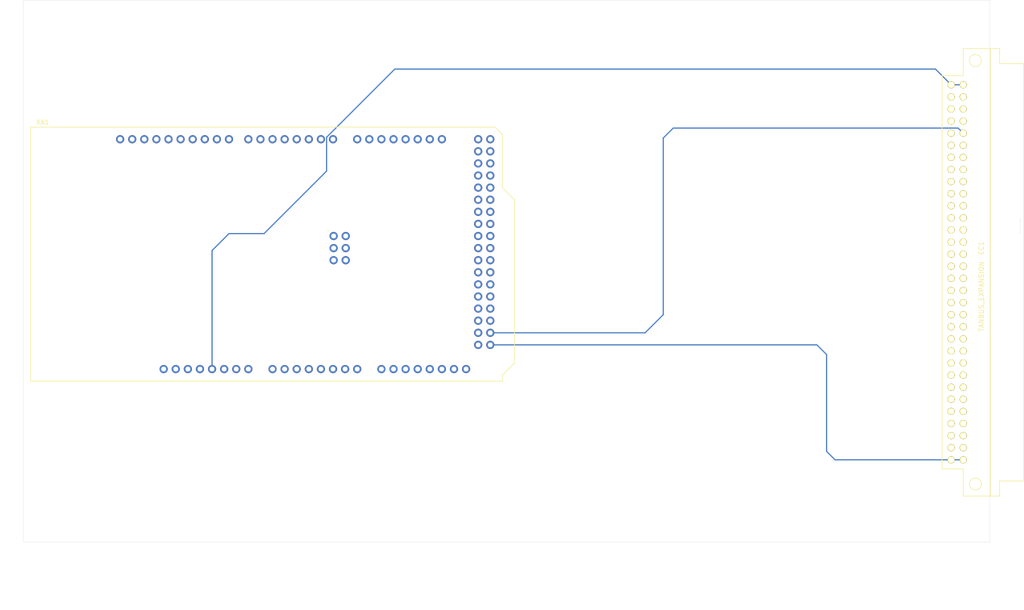
<source format=kicad_pcb>
(kicad_pcb (version 20171130) (host pcbnew 5.1.6-c6e7f7d~86~ubuntu16.04.1)

  (general
    (thickness 1.6)
    (drawings 7)
    (tracks 21)
    (zones 0)
    (modules 2)
    (nets 151)
  )

  (page A4)
  (layers
    (0 F.Cu signal)
    (31 B.Cu signal)
    (32 B.Adhes user)
    (33 F.Adhes user)
    (34 B.Paste user)
    (35 F.Paste user)
    (36 B.SilkS user)
    (37 F.SilkS user)
    (38 B.Mask user)
    (39 F.Mask user)
    (40 Dwgs.User user)
    (41 Cmts.User user)
    (42 Eco1.User user)
    (43 Eco2.User user)
    (44 Edge.Cuts user)
    (45 Margin user)
    (46 B.CrtYd user)
    (47 F.CrtYd user)
    (48 B.Fab user)
    (49 F.Fab user)
  )

  (setup
    (last_trace_width 0.25)
    (trace_clearance 0.2)
    (zone_clearance 0.508)
    (zone_45_only no)
    (trace_min 0.2)
    (via_size 0.8)
    (via_drill 0.4)
    (via_min_size 0.4)
    (via_min_drill 0.3)
    (uvia_size 0.3)
    (uvia_drill 0.1)
    (uvias_allowed no)
    (uvia_min_size 0.2)
    (uvia_min_drill 0.1)
    (edge_width 0.05)
    (segment_width 0.2)
    (pcb_text_width 0.3)
    (pcb_text_size 1.5 1.5)
    (mod_edge_width 0.12)
    (mod_text_size 1 1)
    (mod_text_width 0.15)
    (pad_size 1.524 1.524)
    (pad_drill 0.762)
    (pad_to_mask_clearance 0.05)
    (aux_axis_origin 0 0)
    (visible_elements FFFFFF7F)
    (pcbplotparams
      (layerselection 0x010fc_ffffffff)
      (usegerberextensions false)
      (usegerberattributes true)
      (usegerberadvancedattributes true)
      (creategerberjobfile true)
      (excludeedgelayer true)
      (linewidth 0.100000)
      (plotframeref false)
      (viasonmask false)
      (mode 1)
      (useauxorigin false)
      (hpglpennumber 1)
      (hpglpenspeed 20)
      (hpglpendiameter 15.000000)
      (psnegative false)
      (psa4output false)
      (plotreference true)
      (plotvalue true)
      (plotinvisibletext false)
      (padsonsilk false)
      (subtractmaskfromsilk false)
      (outputformat 1)
      (mirror false)
      (drillshape 0)
      (scaleselection 1)
      (outputdirectory ""))
  )

  (net 0 "")
  (net 1 "Net-(XA1-PadMISO)")
  (net 2 GND)
  (net 3 "Net-(XA1-PadGND5)")
  (net 4 /A0)
  (net 5 "Net-(XA1-PadD52)")
  (net 6 "Net-(XA1-PadD51)")
  (net 7 "Net-(XA1-PadD50)")
  (net 8 "Net-(XA1-PadD49)")
  (net 9 "Net-(XA1-PadD48)")
  (net 10 "Net-(XA1-PadD47)")
  (net 11 "Net-(XA1-PadD46)")
  (net 12 "Net-(XA1-PadD45)")
  (net 13 "Net-(XA1-PadD44)")
  (net 14 "Net-(XA1-PadD43)")
  (net 15 "Net-(XA1-PadD42)")
  (net 16 "Net-(XA1-PadD41)")
  (net 17 "Net-(XA1-PadD40)")
  (net 18 "Net-(XA1-PadD39)")
  (net 19 "Net-(XA1-PadD38)")
  (net 20 "Net-(XA1-PadD37)")
  (net 21 "Net-(XA1-PadD36)")
  (net 22 "Net-(XA1-PadD35)")
  (net 23 "Net-(XA1-PadD34)")
  (net 24 "Net-(XA1-PadD33)")
  (net 25 "Net-(XA1-PadD32)")
  (net 26 "Net-(XA1-PadD31)")
  (net 27 "Net-(XA1-PadD30)")
  (net 28 "Net-(XA1-PadD29)")
  (net 29 "Net-(XA1-PadD28)")
  (net 30 "Net-(XA1-PadD27)")
  (net 31 "Net-(XA1-PadD26)")
  (net 32 "Net-(XA1-PadD25)")
  (net 33 "Net-(XA1-PadD24)")
  (net 34 "Net-(XA1-PadD23)")
  (net 35 "Net-(XA1-PadD22)")
  (net 36 "Net-(XA1-Pad5V4)")
  (net 37 "Net-(XA1-Pad5V3)")
  (net 38 "Net-(XA1-PadA15)")
  (net 39 "Net-(XA1-PadA14)")
  (net 40 "Net-(XA1-PadA13)")
  (net 41 "Net-(XA1-PadA12)")
  (net 42 "Net-(XA1-PadA11)")
  (net 43 "Net-(XA1-PadA10)")
  (net 44 "Net-(XA1-PadA9)")
  (net 45 "Net-(XA1-PadA8)")
  (net 46 "Net-(XA1-PadA7)")
  (net 47 "Net-(XA1-PadA6)")
  (net 48 "Net-(XA1-PadA5)")
  (net 49 "Net-(XA1-PadA4)")
  (net 50 "Net-(XA1-PadA3)")
  (net 51 "Net-(XA1-PadA2)")
  (net 52 "Net-(XA1-PadA1)")
  (net 53 "Net-(XA1-PadD11)")
  (net 54 "Net-(XA1-PadD12)")
  (net 55 "Net-(XA1-PadD13)")
  (net 56 "Net-(XA1-PadAREF)")
  (net 57 "Net-(XA1-PadSDA)")
  (net 58 "Net-(XA1-PadSCL)")
  (net 59 "Net-(XA1-PadD10)")
  (net 60 "Net-(XA1-PadD9)")
  (net 61 "Net-(XA1-PadD8)")
  (net 62 "Net-(XA1-PadGND1)")
  (net 63 "Net-(XA1-PadD7)")
  (net 64 "Net-(XA1-PadD6)")
  (net 65 "Net-(XA1-PadD5)")
  (net 66 "Net-(XA1-PadD4)")
  (net 67 "Net-(XA1-PadD3)")
  (net 68 "Net-(XA1-PadD2)")
  (net 69 "Net-(XA1-PadD1)")
  (net 70 "Net-(XA1-PadD0)")
  (net 71 "Net-(XA1-PadD14)")
  (net 72 "Net-(XA1-PadD15)")
  (net 73 "Net-(XA1-PadD16)")
  (net 74 "Net-(XA1-PadD17)")
  (net 75 "Net-(XA1-PadD18)")
  (net 76 "Net-(XA1-PadD19)")
  (net 77 "Net-(XA1-PadD20)")
  (net 78 "Net-(XA1-PadD21)")
  (net 79 "Net-(XA1-PadIORF)")
  (net 80 "Net-(XA1-PadRST1)")
  (net 81 "Net-(XA1-Pad3V3)")
  (net 82 +5V)
  (net 83 "Net-(XA1-PadGND2)")
  (net 84 "Net-(XA1-PadGND3)")
  (net 85 "Net-(XA1-PadVIN)")
  (net 86 "Net-(XA1-PadA0)")
  (net 87 "Net-(XA1-Pad5V2)")
  (net 88 "Net-(XA1-PadSCK)")
  (net 89 "Net-(XA1-PadMOSI)")
  (net 90 "Net-(XA1-PadGND4)")
  (net 91 "Net-(XA1-PadRST2)")
  (net 92 "Net-(EC1-Pad31b)")
  (net 93 "Net-(EC1-Pad30b)")
  (net 94 "Net-(EC1-Pad29b)")
  (net 95 "Net-(EC1-Pad28b)")
  (net 96 "Net-(EC1-Pad27b)")
  (net 97 "Net-(EC1-Pad26b)")
  (net 98 "Net-(EC1-Pad25b)")
  (net 99 "Net-(EC1-Pad24b)")
  (net 100 "Net-(EC1-Pad23b)")
  (net 101 "Net-(EC1-Pad22b)")
  (net 102 "Net-(EC1-Pad21b)")
  (net 103 "Net-(EC1-Pad20b)")
  (net 104 "Net-(EC1-Pad19b)")
  (net 105 "Net-(EC1-Pad18b)")
  (net 106 "Net-(EC1-Pad17b)")
  (net 107 "Net-(EC1-Pad16b)")
  (net 108 "Net-(EC1-Pad15b)")
  (net 109 "Net-(EC1-Pad14b)")
  (net 110 "Net-(EC1-Pad13b)")
  (net 111 "Net-(EC1-Pad12b)")
  (net 112 "Net-(EC1-Pad11b)")
  (net 113 "Net-(EC1-Pad10b)")
  (net 114 "Net-(EC1-Pad9b)")
  (net 115 "Net-(EC1-Pad8b)")
  (net 116 "Net-(EC1-Pad7b)")
  (net 117 "Net-(EC1-Pad6b)")
  (net 118 "Net-(EC1-Pad5b)")
  (net 119 "Net-(EC1-Pad4b)")
  (net 120 "Net-(EC1-Pad3b)")
  (net 121 "Net-(EC1-Pad2b)")
  (net 122 "Net-(EC1-Pad31a)")
  (net 123 "Net-(EC1-Pad30a)")
  (net 124 "Net-(EC1-Pad29a)")
  (net 125 "Net-(EC1-Pad28a)")
  (net 126 "Net-(EC1-Pad27a)")
  (net 127 "Net-(EC1-Pad26a)")
  (net 128 "Net-(EC1-Pad25a)")
  (net 129 "Net-(EC1-Pad24a)")
  (net 130 "Net-(EC1-Pad23a)")
  (net 131 "Net-(EC1-Pad22a)")
  (net 132 "Net-(EC1-Pad21a)")
  (net 133 "Net-(EC1-Pad20a)")
  (net 134 "Net-(EC1-Pad19a)")
  (net 135 "Net-(EC1-Pad18a)")
  (net 136 "Net-(EC1-Pad17a)")
  (net 137 "Net-(EC1-Pad16a)")
  (net 138 "Net-(EC1-Pad15a)")
  (net 139 "Net-(EC1-Pad14a)")
  (net 140 "Net-(EC1-Pad13a)")
  (net 141 "Net-(EC1-Pad12a)")
  (net 142 "Net-(EC1-Pad11a)")
  (net 143 "Net-(EC1-Pad10a)")
  (net 144 "Net-(EC1-Pad9a)")
  (net 145 "Net-(EC1-Pad8a)")
  (net 146 "Net-(EC1-Pad7a)")
  (net 147 "Net-(EC1-Pad6a)")
  (net 148 "Net-(EC1-Pad4a)")
  (net 149 "Net-(EC1-Pad3a)")
  (net 150 "Net-(EC1-Pad2a)")

  (net_class Default "This is the default net class."
    (clearance 0.2)
    (trace_width 0.25)
    (via_dia 0.8)
    (via_drill 0.4)
    (uvia_dia 0.3)
    (uvia_drill 0.1)
    (add_net +5V)
    (add_net /A0)
    (add_net GND)
    (add_net "Net-(EC1-Pad10a)")
    (add_net "Net-(EC1-Pad10b)")
    (add_net "Net-(EC1-Pad11a)")
    (add_net "Net-(EC1-Pad11b)")
    (add_net "Net-(EC1-Pad12a)")
    (add_net "Net-(EC1-Pad12b)")
    (add_net "Net-(EC1-Pad13a)")
    (add_net "Net-(EC1-Pad13b)")
    (add_net "Net-(EC1-Pad14a)")
    (add_net "Net-(EC1-Pad14b)")
    (add_net "Net-(EC1-Pad15a)")
    (add_net "Net-(EC1-Pad15b)")
    (add_net "Net-(EC1-Pad16a)")
    (add_net "Net-(EC1-Pad16b)")
    (add_net "Net-(EC1-Pad17a)")
    (add_net "Net-(EC1-Pad17b)")
    (add_net "Net-(EC1-Pad18a)")
    (add_net "Net-(EC1-Pad18b)")
    (add_net "Net-(EC1-Pad19a)")
    (add_net "Net-(EC1-Pad19b)")
    (add_net "Net-(EC1-Pad20a)")
    (add_net "Net-(EC1-Pad20b)")
    (add_net "Net-(EC1-Pad21a)")
    (add_net "Net-(EC1-Pad21b)")
    (add_net "Net-(EC1-Pad22a)")
    (add_net "Net-(EC1-Pad22b)")
    (add_net "Net-(EC1-Pad23a)")
    (add_net "Net-(EC1-Pad23b)")
    (add_net "Net-(EC1-Pad24a)")
    (add_net "Net-(EC1-Pad24b)")
    (add_net "Net-(EC1-Pad25a)")
    (add_net "Net-(EC1-Pad25b)")
    (add_net "Net-(EC1-Pad26a)")
    (add_net "Net-(EC1-Pad26b)")
    (add_net "Net-(EC1-Pad27a)")
    (add_net "Net-(EC1-Pad27b)")
    (add_net "Net-(EC1-Pad28a)")
    (add_net "Net-(EC1-Pad28b)")
    (add_net "Net-(EC1-Pad29a)")
    (add_net "Net-(EC1-Pad29b)")
    (add_net "Net-(EC1-Pad2a)")
    (add_net "Net-(EC1-Pad2b)")
    (add_net "Net-(EC1-Pad30a)")
    (add_net "Net-(EC1-Pad30b)")
    (add_net "Net-(EC1-Pad31a)")
    (add_net "Net-(EC1-Pad31b)")
    (add_net "Net-(EC1-Pad3a)")
    (add_net "Net-(EC1-Pad3b)")
    (add_net "Net-(EC1-Pad4a)")
    (add_net "Net-(EC1-Pad4b)")
    (add_net "Net-(EC1-Pad5b)")
    (add_net "Net-(EC1-Pad6a)")
    (add_net "Net-(EC1-Pad6b)")
    (add_net "Net-(EC1-Pad7a)")
    (add_net "Net-(EC1-Pad7b)")
    (add_net "Net-(EC1-Pad8a)")
    (add_net "Net-(EC1-Pad8b)")
    (add_net "Net-(EC1-Pad9a)")
    (add_net "Net-(EC1-Pad9b)")
    (add_net "Net-(XA1-Pad3V3)")
    (add_net "Net-(XA1-Pad5V2)")
    (add_net "Net-(XA1-Pad5V3)")
    (add_net "Net-(XA1-Pad5V4)")
    (add_net "Net-(XA1-PadA0)")
    (add_net "Net-(XA1-PadA1)")
    (add_net "Net-(XA1-PadA10)")
    (add_net "Net-(XA1-PadA11)")
    (add_net "Net-(XA1-PadA12)")
    (add_net "Net-(XA1-PadA13)")
    (add_net "Net-(XA1-PadA14)")
    (add_net "Net-(XA1-PadA15)")
    (add_net "Net-(XA1-PadA2)")
    (add_net "Net-(XA1-PadA3)")
    (add_net "Net-(XA1-PadA4)")
    (add_net "Net-(XA1-PadA5)")
    (add_net "Net-(XA1-PadA6)")
    (add_net "Net-(XA1-PadA7)")
    (add_net "Net-(XA1-PadA8)")
    (add_net "Net-(XA1-PadA9)")
    (add_net "Net-(XA1-PadAREF)")
    (add_net "Net-(XA1-PadD0)")
    (add_net "Net-(XA1-PadD1)")
    (add_net "Net-(XA1-PadD10)")
    (add_net "Net-(XA1-PadD11)")
    (add_net "Net-(XA1-PadD12)")
    (add_net "Net-(XA1-PadD13)")
    (add_net "Net-(XA1-PadD14)")
    (add_net "Net-(XA1-PadD15)")
    (add_net "Net-(XA1-PadD16)")
    (add_net "Net-(XA1-PadD17)")
    (add_net "Net-(XA1-PadD18)")
    (add_net "Net-(XA1-PadD19)")
    (add_net "Net-(XA1-PadD2)")
    (add_net "Net-(XA1-PadD20)")
    (add_net "Net-(XA1-PadD21)")
    (add_net "Net-(XA1-PadD22)")
    (add_net "Net-(XA1-PadD23)")
    (add_net "Net-(XA1-PadD24)")
    (add_net "Net-(XA1-PadD25)")
    (add_net "Net-(XA1-PadD26)")
    (add_net "Net-(XA1-PadD27)")
    (add_net "Net-(XA1-PadD28)")
    (add_net "Net-(XA1-PadD29)")
    (add_net "Net-(XA1-PadD3)")
    (add_net "Net-(XA1-PadD30)")
    (add_net "Net-(XA1-PadD31)")
    (add_net "Net-(XA1-PadD32)")
    (add_net "Net-(XA1-PadD33)")
    (add_net "Net-(XA1-PadD34)")
    (add_net "Net-(XA1-PadD35)")
    (add_net "Net-(XA1-PadD36)")
    (add_net "Net-(XA1-PadD37)")
    (add_net "Net-(XA1-PadD38)")
    (add_net "Net-(XA1-PadD39)")
    (add_net "Net-(XA1-PadD4)")
    (add_net "Net-(XA1-PadD40)")
    (add_net "Net-(XA1-PadD41)")
    (add_net "Net-(XA1-PadD42)")
    (add_net "Net-(XA1-PadD43)")
    (add_net "Net-(XA1-PadD44)")
    (add_net "Net-(XA1-PadD45)")
    (add_net "Net-(XA1-PadD46)")
    (add_net "Net-(XA1-PadD47)")
    (add_net "Net-(XA1-PadD48)")
    (add_net "Net-(XA1-PadD49)")
    (add_net "Net-(XA1-PadD5)")
    (add_net "Net-(XA1-PadD50)")
    (add_net "Net-(XA1-PadD51)")
    (add_net "Net-(XA1-PadD52)")
    (add_net "Net-(XA1-PadD6)")
    (add_net "Net-(XA1-PadD7)")
    (add_net "Net-(XA1-PadD8)")
    (add_net "Net-(XA1-PadD9)")
    (add_net "Net-(XA1-PadGND1)")
    (add_net "Net-(XA1-PadGND2)")
    (add_net "Net-(XA1-PadGND3)")
    (add_net "Net-(XA1-PadGND4)")
    (add_net "Net-(XA1-PadGND5)")
    (add_net "Net-(XA1-PadIORF)")
    (add_net "Net-(XA1-PadMISO)")
    (add_net "Net-(XA1-PadMOSI)")
    (add_net "Net-(XA1-PadRST1)")
    (add_net "Net-(XA1-PadRST2)")
    (add_net "Net-(XA1-PadSCK)")
    (add_net "Net-(XA1-PadSCL)")
    (add_net "Net-(XA1-PadSDA)")
    (add_net "Net-(XA1-PadVIN)")
  )

  (module TANBUS:TANBUS (layer F.Cu) (tedit 55A6CD63) (tstamp 5EEF37DC)
    (at 219.456 81.534 270)
    (path /5EFF461A)
    (fp_text reference EC1 (at -5.08 -5.08 90) (layer F.SilkS)
      (effects (font (size 1 1) (thickness 0.15)))
    )
    (fp_text value TANBUS_EXPANSION (at 5.08 -5.08 90) (layer F.SilkS)
      (effects (font (size 1 1) (thickness 0.15)))
    )
    (fp_line (start -41.275 3.175) (end -41.275 -1.27) (layer F.SilkS) (width 0.15))
    (fp_line (start 41.275 3.175) (end -41.275 3.175) (layer F.SilkS) (width 0.15))
    (fp_line (start 41.275 -1.27) (end 41.275 3.175) (layer F.SilkS) (width 0.15))
    (fp_line (start 41.275 -1.27) (end 46.99 -1.27) (layer F.SilkS) (width 0.15))
    (fp_line (start -41.275 -1.27) (end -46.99 -1.27) (layer F.SilkS) (width 0.15))
    (fp_line (start 46.99 -1.27) (end 46.99 -8.89) (layer F.SilkS) (width 0.15))
    (fp_line (start -46.99 -1.27) (end -46.99 -8.89) (layer F.SilkS) (width 0.15))
    (fp_line (start 46.99 -8.89) (end 43.815 -8.89) (layer F.SilkS) (width 0.15))
    (fp_line (start -46.99 -8.89) (end -43.815 -8.89) (layer F.SilkS) (width 0.15))
    (fp_line (start -43.815 -13.97) (end -43.815 -8.89) (layer F.SilkS) (width 0.15))
    (fp_line (start 43.815 -13.97) (end -43.815 -13.97) (layer F.SilkS) (width 0.15))
    (fp_line (start 43.815 -8.89) (end 43.815 -13.97) (layer F.SilkS) (width 0.15))
    (fp_line (start 46.99 -6.985) (end -46.99 -6.985) (layer F.SilkS) (width 0.15))
    (fp_circle (center 44.45 -3.81) (end 44.45 -2.54) (layer F.SilkS) (width 0.15))
    (fp_circle (center -44.45 -3.81) (end -44.45 -2.54) (layer F.SilkS) (width 0.15))
    (pad 32b thru_hole circle (at 39.37 1.27 270) (size 1.5 1.5) (drill 1.016) (layers *.Cu *.Mask F.SilkS)
      (net 2 GND))
    (pad 31b thru_hole circle (at 36.83 1.27 270) (size 1.5 1.5) (drill 1.016) (layers *.Cu *.Mask F.SilkS)
      (net 92 "Net-(EC1-Pad31b)"))
    (pad 30b thru_hole circle (at 34.29 1.27 270) (size 1.5 1.5) (drill 1.016) (layers *.Cu *.Mask F.SilkS)
      (net 93 "Net-(EC1-Pad30b)"))
    (pad 29b thru_hole circle (at 31.75 1.27 270) (size 1.5 1.5) (drill 1.016) (layers *.Cu *.Mask F.SilkS)
      (net 94 "Net-(EC1-Pad29b)"))
    (pad 28b thru_hole circle (at 29.21 1.27 270) (size 1.5 1.5) (drill 1.016) (layers *.Cu *.Mask F.SilkS)
      (net 95 "Net-(EC1-Pad28b)"))
    (pad 27b thru_hole circle (at 26.67 1.27 270) (size 1.5 1.5) (drill 1.016) (layers *.Cu *.Mask F.SilkS)
      (net 96 "Net-(EC1-Pad27b)"))
    (pad 26b thru_hole circle (at 24.13 1.27 270) (size 1.5 1.5) (drill 1.016) (layers *.Cu *.Mask F.SilkS)
      (net 97 "Net-(EC1-Pad26b)"))
    (pad 25b thru_hole circle (at 21.59 1.27 270) (size 1.5 1.5) (drill 1.016) (layers *.Cu *.Mask F.SilkS)
      (net 98 "Net-(EC1-Pad25b)"))
    (pad 24b thru_hole circle (at 19.05 1.27 270) (size 1.5 1.5) (drill 1.016) (layers *.Cu *.Mask F.SilkS)
      (net 99 "Net-(EC1-Pad24b)"))
    (pad 23b thru_hole circle (at 16.51 1.27 270) (size 1.5 1.5) (drill 1.016) (layers *.Cu *.Mask F.SilkS)
      (net 100 "Net-(EC1-Pad23b)"))
    (pad 22b thru_hole circle (at 13.97 1.27 270) (size 1.5 1.5) (drill 1.016) (layers *.Cu *.Mask F.SilkS)
      (net 101 "Net-(EC1-Pad22b)"))
    (pad 21b thru_hole circle (at 11.43 1.27 270) (size 1.5 1.5) (drill 1.016) (layers *.Cu *.Mask F.SilkS)
      (net 102 "Net-(EC1-Pad21b)"))
    (pad 20b thru_hole circle (at 8.89 1.27 270) (size 1.5 1.5) (drill 1.016) (layers *.Cu *.Mask F.SilkS)
      (net 103 "Net-(EC1-Pad20b)"))
    (pad 19b thru_hole circle (at 6.35 1.27 270) (size 1.5 1.5) (drill 1.016) (layers *.Cu *.Mask F.SilkS)
      (net 104 "Net-(EC1-Pad19b)"))
    (pad 18b thru_hole circle (at 3.81 1.27 270) (size 1.5 1.5) (drill 1.016) (layers *.Cu *.Mask F.SilkS)
      (net 105 "Net-(EC1-Pad18b)"))
    (pad 17b thru_hole circle (at 1.27 1.27 270) (size 1.5 1.5) (drill 1.016) (layers *.Cu *.Mask F.SilkS)
      (net 106 "Net-(EC1-Pad17b)"))
    (pad 16b thru_hole circle (at -1.27 1.27 270) (size 1.5 1.5) (drill 1.016) (layers *.Cu *.Mask F.SilkS)
      (net 107 "Net-(EC1-Pad16b)"))
    (pad 15b thru_hole circle (at -3.81 1.27 270) (size 1.5 1.5) (drill 1.016) (layers *.Cu *.Mask F.SilkS)
      (net 108 "Net-(EC1-Pad15b)"))
    (pad 14b thru_hole circle (at -6.35 1.27 270) (size 1.5 1.5) (drill 1.016) (layers *.Cu *.Mask F.SilkS)
      (net 109 "Net-(EC1-Pad14b)"))
    (pad 13b thru_hole circle (at -8.89 1.27 270) (size 1.5 1.5) (drill 1.016) (layers *.Cu *.Mask F.SilkS)
      (net 110 "Net-(EC1-Pad13b)"))
    (pad 12b thru_hole circle (at -11.43 1.27 270) (size 1.5 1.5) (drill 1.016) (layers *.Cu *.Mask F.SilkS)
      (net 111 "Net-(EC1-Pad12b)"))
    (pad 11b thru_hole circle (at -13.97 1.27 270) (size 1.5 1.5) (drill 1.016) (layers *.Cu *.Mask F.SilkS)
      (net 112 "Net-(EC1-Pad11b)"))
    (pad 10b thru_hole circle (at -16.51 1.27 270) (size 1.5 1.5) (drill 1.016) (layers *.Cu *.Mask F.SilkS)
      (net 113 "Net-(EC1-Pad10b)"))
    (pad 9b thru_hole circle (at -19.05 1.27 270) (size 1.5 1.5) (drill 1.016) (layers *.Cu *.Mask F.SilkS)
      (net 114 "Net-(EC1-Pad9b)"))
    (pad 8b thru_hole circle (at -21.59 1.27 270) (size 1.5 1.5) (drill 1.016) (layers *.Cu *.Mask F.SilkS)
      (net 115 "Net-(EC1-Pad8b)"))
    (pad 7b thru_hole circle (at -24.13 1.27 270) (size 1.5 1.5) (drill 1.016) (layers *.Cu *.Mask F.SilkS)
      (net 116 "Net-(EC1-Pad7b)"))
    (pad 6b thru_hole circle (at -26.67 1.27 270) (size 1.5 1.5) (drill 1.016) (layers *.Cu *.Mask F.SilkS)
      (net 117 "Net-(EC1-Pad6b)"))
    (pad 5b thru_hole circle (at -29.21 1.27 270) (size 1.5 1.5) (drill 1.016) (layers *.Cu *.Mask F.SilkS)
      (net 118 "Net-(EC1-Pad5b)"))
    (pad 4b thru_hole circle (at -31.75 1.27 270) (size 1.5 1.5) (drill 1.016) (layers *.Cu *.Mask F.SilkS)
      (net 119 "Net-(EC1-Pad4b)"))
    (pad 3b thru_hole circle (at -34.29 1.27 270) (size 1.5 1.5) (drill 1.016) (layers *.Cu *.Mask F.SilkS)
      (net 120 "Net-(EC1-Pad3b)"))
    (pad 2b thru_hole circle (at -36.83 1.27 270) (size 1.5 1.5) (drill 1.016) (layers *.Cu *.Mask F.SilkS)
      (net 121 "Net-(EC1-Pad2b)"))
    (pad 32a thru_hole circle (at 39.37 -1.27 270) (size 1.5 1.5) (drill 1.016) (layers *.Cu *.Mask F.SilkS)
      (net 2 GND))
    (pad 31a thru_hole circle (at 36.83 -1.27 270) (size 1.5 1.5) (drill 1.016) (layers *.Cu *.Mask F.SilkS)
      (net 122 "Net-(EC1-Pad31a)"))
    (pad 30a thru_hole circle (at 34.29 -1.27 270) (size 1.5 1.5) (drill 1.016) (layers *.Cu *.Mask F.SilkS)
      (net 123 "Net-(EC1-Pad30a)"))
    (pad 29a thru_hole circle (at 31.75 -1.27 270) (size 1.5 1.5) (drill 1.016) (layers *.Cu *.Mask F.SilkS)
      (net 124 "Net-(EC1-Pad29a)"))
    (pad 28a thru_hole circle (at 29.21 -1.27 270) (size 1.5 1.5) (drill 1.016) (layers *.Cu *.Mask F.SilkS)
      (net 125 "Net-(EC1-Pad28a)"))
    (pad 27a thru_hole circle (at 26.67 -1.27 270) (size 1.5 1.5) (drill 1.016) (layers *.Cu *.Mask F.SilkS)
      (net 126 "Net-(EC1-Pad27a)"))
    (pad 26a thru_hole circle (at 24.13 -1.27 270) (size 1.5 1.5) (drill 1.016) (layers *.Cu *.Mask F.SilkS)
      (net 127 "Net-(EC1-Pad26a)"))
    (pad 25a thru_hole circle (at 21.59 -1.27 270) (size 1.5 1.5) (drill 1.016) (layers *.Cu *.Mask F.SilkS)
      (net 128 "Net-(EC1-Pad25a)"))
    (pad 24a thru_hole circle (at 19.05 -1.27 270) (size 1.5 1.5) (drill 1.016) (layers *.Cu *.Mask F.SilkS)
      (net 129 "Net-(EC1-Pad24a)"))
    (pad 23a thru_hole circle (at 16.51 -1.27 270) (size 1.5 1.5) (drill 1.016) (layers *.Cu *.Mask F.SilkS)
      (net 130 "Net-(EC1-Pad23a)"))
    (pad 22a thru_hole circle (at 13.97 -1.27 270) (size 1.5 1.5) (drill 1.016) (layers *.Cu *.Mask F.SilkS)
      (net 131 "Net-(EC1-Pad22a)"))
    (pad 21a thru_hole circle (at 11.43 -1.27 270) (size 1.5 1.5) (drill 1.016) (layers *.Cu *.Mask F.SilkS)
      (net 132 "Net-(EC1-Pad21a)"))
    (pad 20a thru_hole circle (at 8.89 -1.27 270) (size 1.5 1.5) (drill 1.016) (layers *.Cu *.Mask F.SilkS)
      (net 133 "Net-(EC1-Pad20a)"))
    (pad 19a thru_hole circle (at 6.35 -1.27 270) (size 1.5 1.5) (drill 1.016) (layers *.Cu *.Mask F.SilkS)
      (net 134 "Net-(EC1-Pad19a)"))
    (pad 18a thru_hole circle (at 3.81 -1.27 270) (size 1.5 1.5) (drill 1.016) (layers *.Cu *.Mask F.SilkS)
      (net 135 "Net-(EC1-Pad18a)"))
    (pad 17a thru_hole circle (at 1.27 -1.27 270) (size 1.5 1.5) (drill 1.016) (layers *.Cu *.Mask F.SilkS)
      (net 136 "Net-(EC1-Pad17a)"))
    (pad 16a thru_hole circle (at -1.27 -1.27 270) (size 1.5 1.5) (drill 1.016) (layers *.Cu *.Mask F.SilkS)
      (net 137 "Net-(EC1-Pad16a)"))
    (pad 15a thru_hole circle (at -3.81 -1.27 270) (size 1.5 1.5) (drill 1.016) (layers *.Cu *.Mask F.SilkS)
      (net 138 "Net-(EC1-Pad15a)"))
    (pad 14a thru_hole circle (at -6.35 -1.27 270) (size 1.5 1.5) (drill 1.016) (layers *.Cu *.Mask F.SilkS)
      (net 139 "Net-(EC1-Pad14a)"))
    (pad 13a thru_hole circle (at -8.89 -1.27 270) (size 1.5 1.5) (drill 1.016) (layers *.Cu *.Mask F.SilkS)
      (net 140 "Net-(EC1-Pad13a)"))
    (pad 12a thru_hole circle (at -11.43 -1.27 270) (size 1.5 1.5) (drill 1.016) (layers *.Cu *.Mask F.SilkS)
      (net 141 "Net-(EC1-Pad12a)"))
    (pad 11a thru_hole circle (at -13.97 -1.27 270) (size 1.5 1.5) (drill 1.016) (layers *.Cu *.Mask F.SilkS)
      (net 142 "Net-(EC1-Pad11a)"))
    (pad 10a thru_hole circle (at -16.51 -1.27 270) (size 1.5 1.5) (drill 1.016) (layers *.Cu *.Mask F.SilkS)
      (net 143 "Net-(EC1-Pad10a)"))
    (pad 9a thru_hole circle (at -19.05 -1.27 270) (size 1.5 1.5) (drill 1.016) (layers *.Cu *.Mask F.SilkS)
      (net 144 "Net-(EC1-Pad9a)"))
    (pad 8a thru_hole circle (at -21.59 -1.27 270) (size 1.5 1.5) (drill 1.016) (layers *.Cu *.Mask F.SilkS)
      (net 145 "Net-(EC1-Pad8a)"))
    (pad 7a thru_hole circle (at -24.13 -1.27 270) (size 1.5 1.5) (drill 1.016) (layers *.Cu *.Mask F.SilkS)
      (net 146 "Net-(EC1-Pad7a)"))
    (pad 6a thru_hole circle (at -26.67 -1.27 270) (size 1.5 1.5) (drill 1.016) (layers *.Cu *.Mask F.SilkS)
      (net 147 "Net-(EC1-Pad6a)"))
    (pad 5a thru_hole circle (at -29.21 -1.27 270) (size 1.5 1.5) (drill 1.016) (layers *.Cu *.Mask F.SilkS)
      (net 4 /A0))
    (pad 4a thru_hole circle (at -31.75 -1.27 270) (size 1.5 1.5) (drill 1.016) (layers *.Cu *.Mask F.SilkS)
      (net 148 "Net-(EC1-Pad4a)"))
    (pad 3a thru_hole circle (at -34.29 -1.27 270) (size 1.5 1.5) (drill 1.016) (layers *.Cu *.Mask F.SilkS)
      (net 149 "Net-(EC1-Pad3a)"))
    (pad 2a thru_hole circle (at -36.83 -1.27 270) (size 1.5 1.5) (drill 1.016) (layers *.Cu *.Mask F.SilkS)
      (net 150 "Net-(EC1-Pad2a)"))
    (pad 1b thru_hole circle (at -39.37 1.27 270) (size 1.5 1.5) (drill 1.016) (layers *.Cu *.Mask F.SilkS)
      (net 82 +5V))
    (pad 1a thru_hole circle (at -39.37 -1.27 270) (size 1.5 1.5) (drill 1.016) (layers *.Cu *.Mask F.SilkS)
      (net 82 +5V))
  )

  (module Arduino:Arduino_Mega2560_Shield (layer F.Cu) (tedit 5A8605D3) (tstamp 5EEF3854)
    (at 24.892 104.394)
    (descr https://store.arduino.cc/arduino-mega-2560-rev3)
    (path /5EFE59EF)
    (fp_text reference XA1 (at 2.54 -54.356) (layer F.SilkS)
      (effects (font (size 1 1) (thickness 0.15)))
    )
    (fp_text value Arduino_Mega2560_Shield (at 15.494 -54.356) (layer F.Fab)
      (effects (font (size 1 1) (thickness 0.15)))
    )
    (fp_line (start 0 -53.34) (end 97.536 -53.34) (layer F.SilkS) (width 0.15))
    (fp_line (start 0 0) (end 99.06 0) (layer F.SilkS) (width 0.15))
    (fp_line (start 97.536 -53.34) (end 99.06 -51.816) (layer F.SilkS) (width 0.15))
    (fp_line (start 99.06 0) (end 99.06 -1.27) (layer F.SilkS) (width 0.15))
    (fp_line (start 99.06 -1.27) (end 101.6 -3.81) (layer F.SilkS) (width 0.15))
    (fp_line (start 101.6 -3.81) (end 101.6 -38.1) (layer F.SilkS) (width 0.15))
    (fp_line (start 101.6 -38.1) (end 99.06 -40.64) (layer F.SilkS) (width 0.15))
    (fp_line (start 99.06 -40.64) (end 99.06 -51.816) (layer F.SilkS) (width 0.15))
    (fp_line (start 0 -53.34) (end 0 0) (layer F.SilkS) (width 0.15))
    (fp_line (start -1.905 -12.065) (end 11.43 -12.065) (layer B.CrtYd) (width 0.15))
    (fp_line (start -1.905 -12.065) (end -1.905 -3.175) (layer B.CrtYd) (width 0.15))
    (fp_line (start -1.905 -3.175) (end 11.43 -3.175) (layer B.CrtYd) (width 0.15))
    (fp_line (start 11.43 -12.065) (end 11.43 -3.175) (layer B.CrtYd) (width 0.15))
    (fp_line (start -6.35 -43.815) (end -6.35 -32.385) (layer B.CrtYd) (width 0.15))
    (fp_line (start 9.525 -43.815) (end 9.525 -32.385) (layer B.CrtYd) (width 0.15))
    (fp_line (start 9.525 -43.815) (end -6.35 -43.815) (layer B.CrtYd) (width 0.15))
    (fp_line (start 9.525 -32.385) (end -6.35 -32.385) (layer B.CrtYd) (width 0.15))
    (fp_text user . (at 62.484 -32.004) (layer F.SilkS)
      (effects (font (size 1 1) (thickness 0.15)))
    )
    (pad RST2 thru_hole oval (at 63.627 -25.4) (size 1.7272 1.7272) (drill 1.016) (layers *.Cu *.Mask)
      (net 91 "Net-(XA1-PadRST2)"))
    (pad GND4 thru_hole oval (at 66.167 -25.4) (size 1.7272 1.7272) (drill 1.016) (layers *.Cu *.Mask)
      (net 90 "Net-(XA1-PadGND4)"))
    (pad MOSI thru_hole oval (at 66.167 -27.94) (size 1.7272 1.7272) (drill 1.016) (layers *.Cu *.Mask)
      (net 89 "Net-(XA1-PadMOSI)"))
    (pad SCK thru_hole oval (at 63.627 -27.94) (size 1.7272 1.7272) (drill 1.016) (layers *.Cu *.Mask)
      (net 88 "Net-(XA1-PadSCK)"))
    (pad 5V2 thru_hole oval (at 66.167 -30.48) (size 1.7272 1.7272) (drill 1.016) (layers *.Cu *.Mask)
      (net 87 "Net-(XA1-Pad5V2)"))
    (pad A0 thru_hole oval (at 50.8 -2.54) (size 1.7272 1.7272) (drill 1.016) (layers *.Cu *.Mask)
      (net 86 "Net-(XA1-PadA0)"))
    (pad VIN thru_hole oval (at 45.72 -2.54) (size 1.7272 1.7272) (drill 1.016) (layers *.Cu *.Mask)
      (net 85 "Net-(XA1-PadVIN)"))
    (pad GND3 thru_hole oval (at 43.18 -2.54) (size 1.7272 1.7272) (drill 1.016) (layers *.Cu *.Mask)
      (net 84 "Net-(XA1-PadGND3)"))
    (pad GND2 thru_hole oval (at 40.64 -2.54) (size 1.7272 1.7272) (drill 1.016) (layers *.Cu *.Mask)
      (net 83 "Net-(XA1-PadGND2)"))
    (pad 5V1 thru_hole oval (at 38.1 -2.54) (size 1.7272 1.7272) (drill 1.016) (layers *.Cu *.Mask)
      (net 82 +5V))
    (pad 3V3 thru_hole oval (at 35.56 -2.54) (size 1.7272 1.7272) (drill 1.016) (layers *.Cu *.Mask)
      (net 81 "Net-(XA1-Pad3V3)"))
    (pad RST1 thru_hole oval (at 33.02 -2.54) (size 1.7272 1.7272) (drill 1.016) (layers *.Cu *.Mask)
      (net 80 "Net-(XA1-PadRST1)"))
    (pad IORF thru_hole oval (at 30.48 -2.54) (size 1.7272 1.7272) (drill 1.016) (layers *.Cu *.Mask)
      (net 79 "Net-(XA1-PadIORF)"))
    (pad D21 thru_hole oval (at 86.36 -50.8) (size 1.7272 1.7272) (drill 1.016) (layers *.Cu *.Mask)
      (net 78 "Net-(XA1-PadD21)"))
    (pad D20 thru_hole oval (at 83.82 -50.8) (size 1.7272 1.7272) (drill 1.016) (layers *.Cu *.Mask)
      (net 77 "Net-(XA1-PadD20)"))
    (pad D19 thru_hole oval (at 81.28 -50.8) (size 1.7272 1.7272) (drill 1.016) (layers *.Cu *.Mask)
      (net 76 "Net-(XA1-PadD19)"))
    (pad D18 thru_hole oval (at 78.74 -50.8) (size 1.7272 1.7272) (drill 1.016) (layers *.Cu *.Mask)
      (net 75 "Net-(XA1-PadD18)"))
    (pad D17 thru_hole oval (at 76.2 -50.8) (size 1.7272 1.7272) (drill 1.016) (layers *.Cu *.Mask)
      (net 74 "Net-(XA1-PadD17)"))
    (pad D16 thru_hole oval (at 73.66 -50.8) (size 1.7272 1.7272) (drill 1.016) (layers *.Cu *.Mask)
      (net 73 "Net-(XA1-PadD16)"))
    (pad D15 thru_hole oval (at 71.12 -50.8) (size 1.7272 1.7272) (drill 1.016) (layers *.Cu *.Mask)
      (net 72 "Net-(XA1-PadD15)"))
    (pad D14 thru_hole oval (at 68.58 -50.8) (size 1.7272 1.7272) (drill 1.016) (layers *.Cu *.Mask)
      (net 71 "Net-(XA1-PadD14)"))
    (pad D0 thru_hole oval (at 63.5 -50.8) (size 1.7272 1.7272) (drill 1.016) (layers *.Cu *.Mask)
      (net 70 "Net-(XA1-PadD0)"))
    (pad D1 thru_hole oval (at 60.96 -50.8) (size 1.7272 1.7272) (drill 1.016) (layers *.Cu *.Mask)
      (net 69 "Net-(XA1-PadD1)"))
    (pad D2 thru_hole oval (at 58.42 -50.8) (size 1.7272 1.7272) (drill 1.016) (layers *.Cu *.Mask)
      (net 68 "Net-(XA1-PadD2)"))
    (pad D3 thru_hole oval (at 55.88 -50.8) (size 1.7272 1.7272) (drill 1.016) (layers *.Cu *.Mask)
      (net 67 "Net-(XA1-PadD3)"))
    (pad D4 thru_hole oval (at 53.34 -50.8) (size 1.7272 1.7272) (drill 1.016) (layers *.Cu *.Mask)
      (net 66 "Net-(XA1-PadD4)"))
    (pad D5 thru_hole oval (at 50.8 -50.8) (size 1.7272 1.7272) (drill 1.016) (layers *.Cu *.Mask)
      (net 65 "Net-(XA1-PadD5)"))
    (pad D6 thru_hole oval (at 48.26 -50.8) (size 1.7272 1.7272) (drill 1.016) (layers *.Cu *.Mask)
      (net 64 "Net-(XA1-PadD6)"))
    (pad D7 thru_hole oval (at 45.72 -50.8) (size 1.7272 1.7272) (drill 1.016) (layers *.Cu *.Mask)
      (net 63 "Net-(XA1-PadD7)"))
    (pad GND1 thru_hole oval (at 26.416 -50.8) (size 1.7272 1.7272) (drill 1.016) (layers *.Cu *.Mask)
      (net 62 "Net-(XA1-PadGND1)"))
    (pad D8 thru_hole oval (at 41.656 -50.8) (size 1.7272 1.7272) (drill 1.016) (layers *.Cu *.Mask)
      (net 61 "Net-(XA1-PadD8)"))
    (pad D9 thru_hole oval (at 39.116 -50.8) (size 1.7272 1.7272) (drill 1.016) (layers *.Cu *.Mask)
      (net 60 "Net-(XA1-PadD9)"))
    (pad D10 thru_hole oval (at 36.576 -50.8) (size 1.7272 1.7272) (drill 1.016) (layers *.Cu *.Mask)
      (net 59 "Net-(XA1-PadD10)"))
    (pad "" np_thru_hole circle (at 66.04 -7.62) (size 3.2 3.2) (drill 3.2) (layers *.Cu *.Mask))
    (pad "" np_thru_hole circle (at 66.04 -35.56) (size 3.2 3.2) (drill 3.2) (layers *.Cu *.Mask))
    (pad "" np_thru_hole circle (at 90.17 -50.8) (size 3.2 3.2) (drill 3.2) (layers *.Cu *.Mask))
    (pad "" np_thru_hole circle (at 15.24 -50.8) (size 3.2 3.2) (drill 3.2) (layers *.Cu *.Mask))
    (pad "" np_thru_hole circle (at 96.52 -2.54) (size 3.2 3.2) (drill 3.2) (layers *.Cu *.Mask))
    (pad "" np_thru_hole circle (at 13.97 -2.54) (size 3.2 3.2) (drill 3.2) (layers *.Cu *.Mask))
    (pad SCL thru_hole oval (at 18.796 -50.8) (size 1.7272 1.7272) (drill 1.016) (layers *.Cu *.Mask)
      (net 58 "Net-(XA1-PadSCL)"))
    (pad SDA thru_hole oval (at 21.336 -50.8) (size 1.7272 1.7272) (drill 1.016) (layers *.Cu *.Mask)
      (net 57 "Net-(XA1-PadSDA)"))
    (pad AREF thru_hole oval (at 23.876 -50.8) (size 1.7272 1.7272) (drill 1.016) (layers *.Cu *.Mask)
      (net 56 "Net-(XA1-PadAREF)"))
    (pad D13 thru_hole oval (at 28.956 -50.8) (size 1.7272 1.7272) (drill 1.016) (layers *.Cu *.Mask)
      (net 55 "Net-(XA1-PadD13)"))
    (pad D12 thru_hole oval (at 31.496 -50.8) (size 1.7272 1.7272) (drill 1.016) (layers *.Cu *.Mask)
      (net 54 "Net-(XA1-PadD12)"))
    (pad D11 thru_hole oval (at 34.036 -50.8) (size 1.7272 1.7272) (drill 1.016) (layers *.Cu *.Mask)
      (net 53 "Net-(XA1-PadD11)"))
    (pad "" thru_hole oval (at 27.94 -2.54) (size 1.7272 1.7272) (drill 1.016) (layers *.Cu *.Mask))
    (pad A1 thru_hole oval (at 53.34 -2.54) (size 1.7272 1.7272) (drill 1.016) (layers *.Cu *.Mask)
      (net 52 "Net-(XA1-PadA1)"))
    (pad A2 thru_hole oval (at 55.88 -2.54) (size 1.7272 1.7272) (drill 1.016) (layers *.Cu *.Mask)
      (net 51 "Net-(XA1-PadA2)"))
    (pad A3 thru_hole oval (at 58.42 -2.54) (size 1.7272 1.7272) (drill 1.016) (layers *.Cu *.Mask)
      (net 50 "Net-(XA1-PadA3)"))
    (pad A4 thru_hole oval (at 60.96 -2.54) (size 1.7272 1.7272) (drill 1.016) (layers *.Cu *.Mask)
      (net 49 "Net-(XA1-PadA4)"))
    (pad A5 thru_hole oval (at 63.5 -2.54) (size 1.7272 1.7272) (drill 1.016) (layers *.Cu *.Mask)
      (net 48 "Net-(XA1-PadA5)"))
    (pad A6 thru_hole oval (at 66.04 -2.54) (size 1.7272 1.7272) (drill 1.016) (layers *.Cu *.Mask)
      (net 47 "Net-(XA1-PadA6)"))
    (pad A7 thru_hole oval (at 68.58 -2.54) (size 1.7272 1.7272) (drill 1.016) (layers *.Cu *.Mask)
      (net 46 "Net-(XA1-PadA7)"))
    (pad A8 thru_hole oval (at 73.66 -2.54) (size 1.7272 1.7272) (drill 1.016) (layers *.Cu *.Mask)
      (net 45 "Net-(XA1-PadA8)"))
    (pad A9 thru_hole oval (at 76.2 -2.54) (size 1.7272 1.7272) (drill 1.016) (layers *.Cu *.Mask)
      (net 44 "Net-(XA1-PadA9)"))
    (pad A10 thru_hole oval (at 78.74 -2.54) (size 1.7272 1.7272) (drill 1.016) (layers *.Cu *.Mask)
      (net 43 "Net-(XA1-PadA10)"))
    (pad A11 thru_hole oval (at 81.28 -2.54) (size 1.7272 1.7272) (drill 1.016) (layers *.Cu *.Mask)
      (net 42 "Net-(XA1-PadA11)"))
    (pad A12 thru_hole oval (at 83.82 -2.54) (size 1.7272 1.7272) (drill 1.016) (layers *.Cu *.Mask)
      (net 41 "Net-(XA1-PadA12)"))
    (pad A13 thru_hole oval (at 86.36 -2.54) (size 1.7272 1.7272) (drill 1.016) (layers *.Cu *.Mask)
      (net 40 "Net-(XA1-PadA13)"))
    (pad A14 thru_hole oval (at 88.9 -2.54) (size 1.7272 1.7272) (drill 1.016) (layers *.Cu *.Mask)
      (net 39 "Net-(XA1-PadA14)"))
    (pad A15 thru_hole oval (at 91.44 -2.54) (size 1.7272 1.7272) (drill 1.016) (layers *.Cu *.Mask)
      (net 38 "Net-(XA1-PadA15)"))
    (pad 5V3 thru_hole oval (at 93.98 -50.8) (size 1.7272 1.7272) (drill 1.016) (layers *.Cu *.Mask)
      (net 37 "Net-(XA1-Pad5V3)"))
    (pad 5V4 thru_hole oval (at 96.52 -50.8) (size 1.7272 1.7272) (drill 1.016) (layers *.Cu *.Mask)
      (net 36 "Net-(XA1-Pad5V4)"))
    (pad D22 thru_hole oval (at 93.98 -48.26) (size 1.7272 1.7272) (drill 1.016) (layers *.Cu *.Mask)
      (net 35 "Net-(XA1-PadD22)"))
    (pad D23 thru_hole oval (at 96.52 -48.26) (size 1.7272 1.7272) (drill 1.016) (layers *.Cu *.Mask)
      (net 34 "Net-(XA1-PadD23)"))
    (pad D24 thru_hole oval (at 93.98 -45.72) (size 1.7272 1.7272) (drill 1.016) (layers *.Cu *.Mask)
      (net 33 "Net-(XA1-PadD24)"))
    (pad D25 thru_hole oval (at 96.52 -45.72) (size 1.7272 1.7272) (drill 1.016) (layers *.Cu *.Mask)
      (net 32 "Net-(XA1-PadD25)"))
    (pad D26 thru_hole oval (at 93.98 -43.18) (size 1.7272 1.7272) (drill 1.016) (layers *.Cu *.Mask)
      (net 31 "Net-(XA1-PadD26)"))
    (pad D27 thru_hole oval (at 96.52 -43.18) (size 1.7272 1.7272) (drill 1.016) (layers *.Cu *.Mask)
      (net 30 "Net-(XA1-PadD27)"))
    (pad D28 thru_hole oval (at 93.98 -40.64) (size 1.7272 1.7272) (drill 1.016) (layers *.Cu *.Mask)
      (net 29 "Net-(XA1-PadD28)"))
    (pad D29 thru_hole oval (at 96.52 -40.64) (size 1.7272 1.7272) (drill 1.016) (layers *.Cu *.Mask)
      (net 28 "Net-(XA1-PadD29)"))
    (pad D30 thru_hole oval (at 93.98 -38.1) (size 1.7272 1.7272) (drill 1.016) (layers *.Cu *.Mask)
      (net 27 "Net-(XA1-PadD30)"))
    (pad D31 thru_hole oval (at 96.52 -38.1) (size 1.7272 1.7272) (drill 1.016) (layers *.Cu *.Mask)
      (net 26 "Net-(XA1-PadD31)"))
    (pad D32 thru_hole oval (at 93.98 -35.56) (size 1.7272 1.7272) (drill 1.016) (layers *.Cu *.Mask)
      (net 25 "Net-(XA1-PadD32)"))
    (pad D33 thru_hole oval (at 96.52 -35.56) (size 1.7272 1.7272) (drill 1.016) (layers *.Cu *.Mask)
      (net 24 "Net-(XA1-PadD33)"))
    (pad D34 thru_hole oval (at 93.98 -33.02) (size 1.7272 1.7272) (drill 1.016) (layers *.Cu *.Mask)
      (net 23 "Net-(XA1-PadD34)"))
    (pad D35 thru_hole oval (at 96.52 -33.02) (size 1.7272 1.7272) (drill 1.016) (layers *.Cu *.Mask)
      (net 22 "Net-(XA1-PadD35)"))
    (pad D36 thru_hole oval (at 93.98 -30.48) (size 1.7272 1.7272) (drill 1.016) (layers *.Cu *.Mask)
      (net 21 "Net-(XA1-PadD36)"))
    (pad D37 thru_hole oval (at 96.52 -30.48) (size 1.7272 1.7272) (drill 1.016) (layers *.Cu *.Mask)
      (net 20 "Net-(XA1-PadD37)"))
    (pad D38 thru_hole oval (at 93.98 -27.94) (size 1.7272 1.7272) (drill 1.016) (layers *.Cu *.Mask)
      (net 19 "Net-(XA1-PadD38)"))
    (pad D39 thru_hole oval (at 96.52 -27.94) (size 1.7272 1.7272) (drill 1.016) (layers *.Cu *.Mask)
      (net 18 "Net-(XA1-PadD39)"))
    (pad D40 thru_hole oval (at 93.98 -25.4) (size 1.7272 1.7272) (drill 1.016) (layers *.Cu *.Mask)
      (net 17 "Net-(XA1-PadD40)"))
    (pad D41 thru_hole oval (at 96.52 -25.4) (size 1.7272 1.7272) (drill 1.016) (layers *.Cu *.Mask)
      (net 16 "Net-(XA1-PadD41)"))
    (pad D42 thru_hole oval (at 93.98 -22.86) (size 1.7272 1.7272) (drill 1.016) (layers *.Cu *.Mask)
      (net 15 "Net-(XA1-PadD42)"))
    (pad D43 thru_hole oval (at 96.52 -22.86) (size 1.7272 1.7272) (drill 1.016) (layers *.Cu *.Mask)
      (net 14 "Net-(XA1-PadD43)"))
    (pad D44 thru_hole oval (at 93.98 -20.32) (size 1.7272 1.7272) (drill 1.016) (layers *.Cu *.Mask)
      (net 13 "Net-(XA1-PadD44)"))
    (pad D45 thru_hole oval (at 96.52 -20.32) (size 1.7272 1.7272) (drill 1.016) (layers *.Cu *.Mask)
      (net 12 "Net-(XA1-PadD45)"))
    (pad D46 thru_hole oval (at 93.98 -17.78) (size 1.7272 1.7272) (drill 1.016) (layers *.Cu *.Mask)
      (net 11 "Net-(XA1-PadD46)"))
    (pad D47 thru_hole oval (at 96.52 -17.78) (size 1.7272 1.7272) (drill 1.016) (layers *.Cu *.Mask)
      (net 10 "Net-(XA1-PadD47)"))
    (pad D48 thru_hole oval (at 93.98 -15.24) (size 1.7272 1.7272) (drill 1.016) (layers *.Cu *.Mask)
      (net 9 "Net-(XA1-PadD48)"))
    (pad D49 thru_hole oval (at 96.52 -15.24) (size 1.7272 1.7272) (drill 1.016) (layers *.Cu *.Mask)
      (net 8 "Net-(XA1-PadD49)"))
    (pad D50 thru_hole oval (at 93.98 -12.7) (size 1.7272 1.7272) (drill 1.016) (layers *.Cu *.Mask)
      (net 7 "Net-(XA1-PadD50)"))
    (pad D51 thru_hole oval (at 96.52 -12.7) (size 1.7272 1.7272) (drill 1.016) (layers *.Cu *.Mask)
      (net 6 "Net-(XA1-PadD51)"))
    (pad D52 thru_hole oval (at 93.98 -10.16) (size 1.7272 1.7272) (drill 1.016) (layers *.Cu *.Mask)
      (net 5 "Net-(XA1-PadD52)"))
    (pad D53 thru_hole oval (at 96.52 -10.16) (size 1.7272 1.7272) (drill 1.016) (layers *.Cu *.Mask)
      (net 4 /A0))
    (pad GND5 thru_hole oval (at 93.98 -7.62) (size 1.7272 1.7272) (drill 1.016) (layers *.Cu *.Mask)
      (net 3 "Net-(XA1-PadGND5)"))
    (pad GND6 thru_hole oval (at 96.52 -7.62) (size 1.7272 1.7272) (drill 1.016) (layers *.Cu *.Mask)
      (net 2 GND))
    (pad MISO thru_hole oval (at 63.627 -30.48) (size 1.7272 1.7272) (drill 1.016) (layers *.Cu *.Mask)
      (net 1 "Net-(XA1-PadMISO)"))
  )

  (gr_line (start 226.314 138.176) (end 226.314 81.534) (layer Edge.Cuts) (width 0.05) (tstamp 5EF02117))
  (gr_line (start 23.368 138.176) (end 226.314 138.176) (layer Edge.Cuts) (width 0.05))
  (gr_line (start 23.368 24.384) (end 23.368 138.176) (layer Edge.Cuts) (width 0.05))
  (gr_line (start 226.314 24.384) (end 23.368 24.384) (layer Edge.Cuts) (width 0.05))
  (gr_line (start 226.314 81.534) (end 226.314 24.384) (layer Edge.Cuts) (width 0.05))
  (gr_text 203x114 (at 104.14 146.304) (layer Cmts.User)
    (effects (font (size 10 10) (thickness 0.15)))
  )
  (gr_line (start 232.664 73.406) (end 232.664 70.104) (layer Edge.Cuts) (width 0.05))

  (segment (start 121.412 96.774) (end 189.992 96.774) (width 0.25) (layer B.Cu) (net 2))
  (segment (start 189.992 96.774) (end 192.024 98.806) (width 0.25) (layer B.Cu) (net 2))
  (segment (start 192.024 98.806) (end 192.024 119.126) (width 0.25) (layer B.Cu) (net 2))
  (segment (start 193.802 120.904) (end 218.186 120.904) (width 0.25) (layer B.Cu) (net 2))
  (segment (start 192.024 119.126) (end 193.802 120.904) (width 0.25) (layer B.Cu) (net 2))
  (segment (start 218.186 120.904) (end 220.726 120.904) (width 0.25) (layer B.Cu) (net 2))
  (segment (start 157.734 90.424) (end 153.924 94.234) (width 0.25) (layer B.Cu) (net 4))
  (segment (start 220.726 52.324) (end 219.650999 51.248999) (width 0.25) (layer B.Cu) (net 4))
  (segment (start 153.924 94.234) (end 121.412 94.234) (width 0.25) (layer B.Cu) (net 4))
  (segment (start 219.650999 51.248999) (end 159.825001 51.248999) (width 0.25) (layer B.Cu) (net 4))
  (segment (start 159.825001 51.248999) (end 157.734 53.34) (width 0.25) (layer B.Cu) (net 4))
  (segment (start 157.734 53.34) (end 157.734 90.424) (width 0.25) (layer B.Cu) (net 4))
  (segment (start 220.726 42.164) (end 218.186 42.164) (width 0.25) (layer B.Cu) (net 82))
  (segment (start 87.040601 53.186269) (end 87.040601 60.279399) (width 0.25) (layer B.Cu) (net 82))
  (segment (start 87.040601 60.279399) (end 73.914 73.406) (width 0.25) (layer B.Cu) (net 82))
  (segment (start 73.914 73.406) (end 66.548 73.406) (width 0.25) (layer B.Cu) (net 82))
  (segment (start 62.992 76.962) (end 62.992 101.854) (width 0.25) (layer B.Cu) (net 82))
  (segment (start 66.548 73.406) (end 62.992 76.962) (width 0.25) (layer B.Cu) (net 82))
  (segment (start 87.040601 53.186269) (end 101.36487 38.862) (width 0.25) (layer B.Cu) (net 82))
  (segment (start 214.884 38.862) (end 218.186 42.164) (width 0.25) (layer B.Cu) (net 82))
  (segment (start 101.36487 38.862) (end 214.884 38.862) (width 0.25) (layer B.Cu) (net 82))

)

</source>
